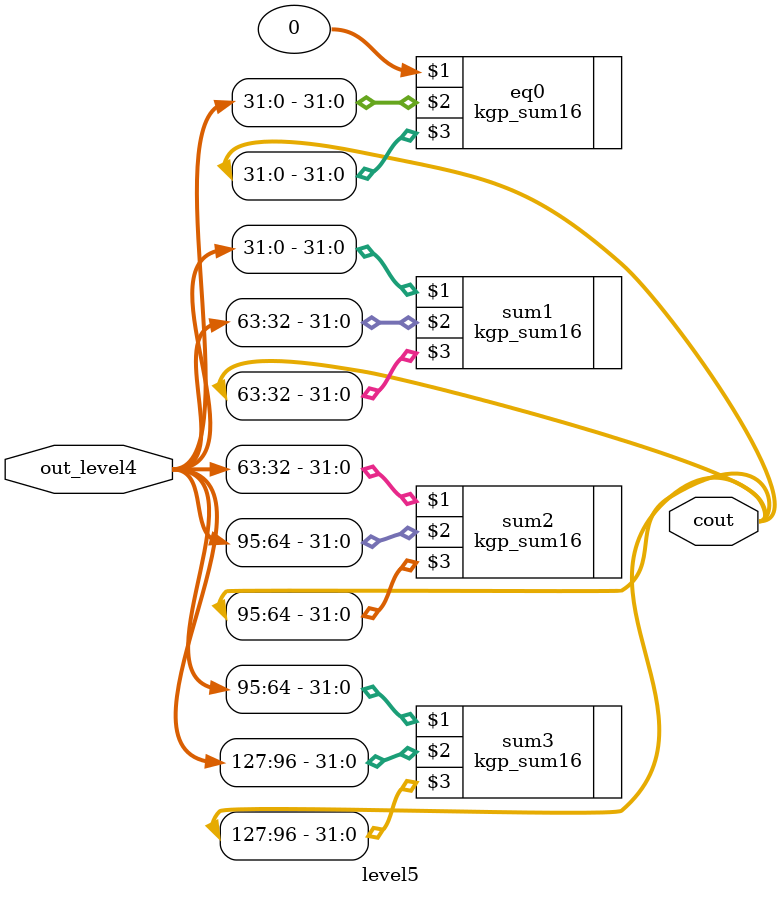
<source format=v>
module level5(
	input [127:0] out_level4,
	output [127:0] cout
);
	kgp_sum16 eq0(32'h00000000, out_level4[31:0], cout[31:0]);
	
	kgp_sum16 sum1(out_level4[31:0], out_level4[31+32:0+32], cout[31+32 :0+32]);
	kgp_sum16 sum2(out_level4[63:32], out_level4[63+32:32+32], cout[63+32 :32+32]);
	kgp_sum16 sum3(out_level4[95:64], out_level4[95+32:64+32], cout[95+32 :64+32]);
	
endmodule

</source>
